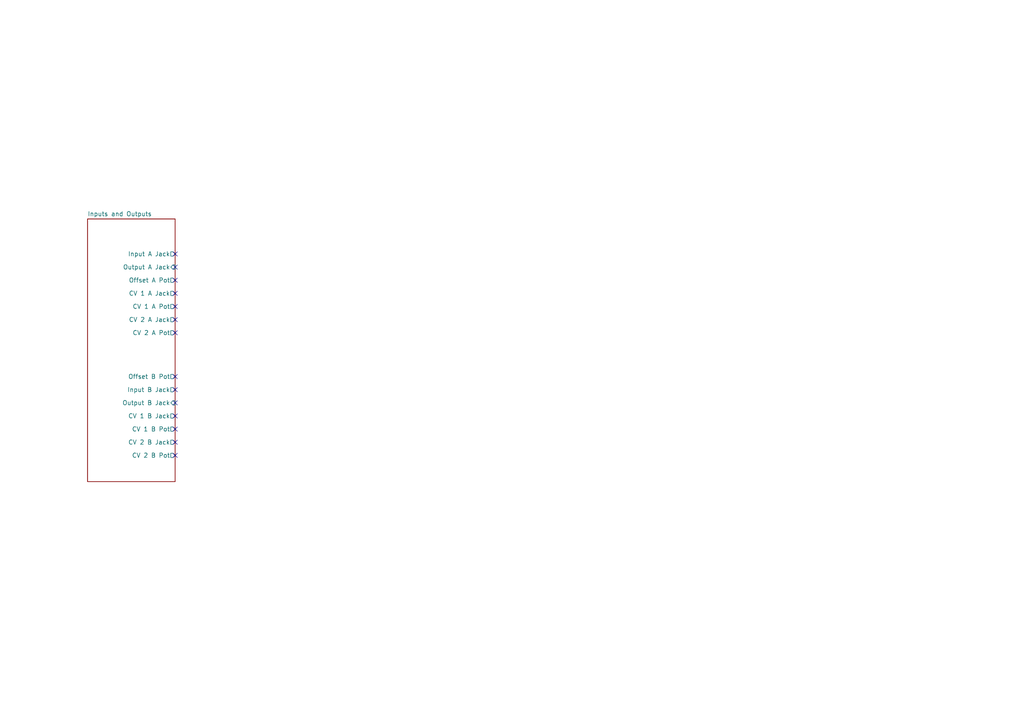
<source format=kicad_sch>
(kicad_sch
	(version 20231120)
	(generator "eeschema")
	(generator_version "8.0")
	(uuid "58f4306d-5387-4983-bb08-41a2313fd315")
	(paper "A4")
	(title_block
		(rev "1")
		(company "DMH Instruments")
		(comment 1 "PCB for 5 cm Kosmo format synthesizer module")
	)
	(lib_symbols)
	(no_connect
		(at 50.8 81.28)
		(uuid "06de2a66-c4df-41f6-b7bd-4d86a204612a")
	)
	(no_connect
		(at 50.8 124.46)
		(uuid "16739f90-373a-44ae-83f5-74051fd91ac7")
	)
	(no_connect
		(at 50.8 92.71)
		(uuid "597b576f-b08d-47b1-9aa2-55768bdbbe1f")
	)
	(no_connect
		(at 50.8 88.9)
		(uuid "6db17d79-5512-44a1-bf68-63382a80ee1a")
	)
	(no_connect
		(at 50.8 109.22)
		(uuid "6e25e1b8-292d-4673-96d0-31399f7193e8")
	)
	(no_connect
		(at 50.8 116.84)
		(uuid "90151f26-71f7-4046-a058-147ca3843b02")
	)
	(no_connect
		(at 50.8 113.03)
		(uuid "9b7bdbba-1588-401a-a9dc-fea49bc9fffb")
	)
	(no_connect
		(at 50.8 73.66)
		(uuid "aa047d80-7bb6-40bb-86ef-ad405610f7b5")
	)
	(no_connect
		(at 50.8 96.52)
		(uuid "b8220c27-95fa-4ca4-b7cc-10fd698f0600")
	)
	(no_connect
		(at 50.8 132.08)
		(uuid "c63864c1-fb55-4be4-bbbc-8373da8afd80")
	)
	(no_connect
		(at 50.8 77.47)
		(uuid "d6037ff5-be12-438e-a239-27c3bdb42f04")
	)
	(no_connect
		(at 50.8 85.09)
		(uuid "e266a9c4-60b6-43eb-946d-26a504a3fc4d")
	)
	(no_connect
		(at 50.8 120.65)
		(uuid "f63f10ab-cd6a-4bb9-89bd-0c1b8d0a0d54")
	)
	(no_connect
		(at 50.8 128.27)
		(uuid "f66b9c86-73c3-44ee-a8b9-cf793133ea8d")
	)
	(sheet
		(at 25.4 63.5)
		(size 25.4 76.2)
		(fields_autoplaced yes)
		(stroke
			(width 0.1524)
			(type solid)
		)
		(fill
			(color 0 0 0 0.0000)
		)
		(uuid "ce3fef8b-9f1d-4178-b50b-4a046c030679")
		(property "Sheetname" "Inputs and Outputs"
			(at 25.4 62.7884 0)
			(effects
				(font
					(size 1.27 1.27)
				)
				(justify left bottom)
			)
		)
		(property "Sheetfile" "Inputs_and_Outputs.kicad_sch"
			(at 25.4 140.2846 0)
			(effects
				(font
					(size 1.27 1.27)
				)
				(justify left top)
				(hide yes)
			)
		)
		(pin "Output A Jack" input
			(at 50.8 77.47 0)
			(effects
				(font
					(size 1.27 1.27)
				)
				(justify right)
			)
			(uuid "ddeb3711-5f3f-44f7-a252-01ce82424e94")
		)
		(pin "Input A Jack" output
			(at 50.8 73.66 0)
			(effects
				(font
					(size 1.27 1.27)
				)
				(justify right)
			)
			(uuid "6fc21d18-c03c-4717-9608-afd7db0db34c")
		)
		(pin "CV 1 A Jack" output
			(at 50.8 85.09 0)
			(effects
				(font
					(size 1.27 1.27)
				)
				(justify right)
			)
			(uuid "1aeea1ae-bfd3-463b-a90e-0b5e0f96735c")
		)
		(pin "CV 2 A Pot" output
			(at 50.8 96.52 0)
			(effects
				(font
					(size 1.27 1.27)
				)
				(justify right)
			)
			(uuid "faa3a78a-2150-4fd0-8ab6-9614a9f681b1")
		)
		(pin "Offset A Pot" output
			(at 50.8 81.28 0)
			(effects
				(font
					(size 1.27 1.27)
				)
				(justify right)
			)
			(uuid "0df2a859-f3fb-4afb-8fcf-ea132c4cb7a4")
		)
		(pin "CV 1 A Pot" output
			(at 50.8 88.9 0)
			(effects
				(font
					(size 1.27 1.27)
				)
				(justify right)
			)
			(uuid "0bba4b14-b4fa-4d0b-b3c8-24b2278e12ad")
		)
		(pin "CV 2 A Jack" output
			(at 50.8 92.71 0)
			(effects
				(font
					(size 1.27 1.27)
				)
				(justify right)
			)
			(uuid "e5a78728-7508-4eee-bc74-012595511586")
		)
		(pin "CV 1 B Jack" output
			(at 50.8 120.65 0)
			(effects
				(font
					(size 1.27 1.27)
				)
				(justify right)
			)
			(uuid "83285ae6-bf03-4830-9df0-aa1c5fe3935d")
		)
		(pin "CV 1 B Pot" output
			(at 50.8 124.46 0)
			(effects
				(font
					(size 1.27 1.27)
				)
				(justify right)
			)
			(uuid "bfa9d400-a5e8-4671-9312-d51b387a3733")
		)
		(pin "CV 2 B Pot" output
			(at 50.8 132.08 0)
			(effects
				(font
					(size 1.27 1.27)
				)
				(justify right)
			)
			(uuid "9b9e3f5b-220b-4df6-a50a-719f6d00cf9f")
		)
		(pin "Offset B Pot" output
			(at 50.8 109.22 0)
			(effects
				(font
					(size 1.27 1.27)
				)
				(justify right)
			)
			(uuid "8d700a12-9340-48d3-b951-55878576611d")
		)
		(pin "Input B Jack" output
			(at 50.8 113.03 0)
			(effects
				(font
					(size 1.27 1.27)
				)
				(justify right)
			)
			(uuid "4891f10f-85bb-41f3-a76f-0eedcef3fd3a")
		)
		(pin "CV 2 B Jack" output
			(at 50.8 128.27 0)
			(effects
				(font
					(size 1.27 1.27)
				)
				(justify right)
			)
			(uuid "ce9d616c-58fb-4983-b3c9-a87ffa5253a0")
		)
		(pin "Output B Jack" input
			(at 50.8 116.84 0)
			(effects
				(font
					(size 1.27 1.27)
				)
				(justify right)
			)
			(uuid "2d4a0726-945a-4714-af60-897e82fe6350")
		)
		(instances
			(project "DMH_Transistor_VCA_PCB_Conn"
				(path "/58f4306d-5387-4983-bb08-41a2313fd315"
					(page "2")
				)
			)
		)
	)
	(sheet_instances
		(path "/"
			(page "1")
		)
	)
)

</source>
